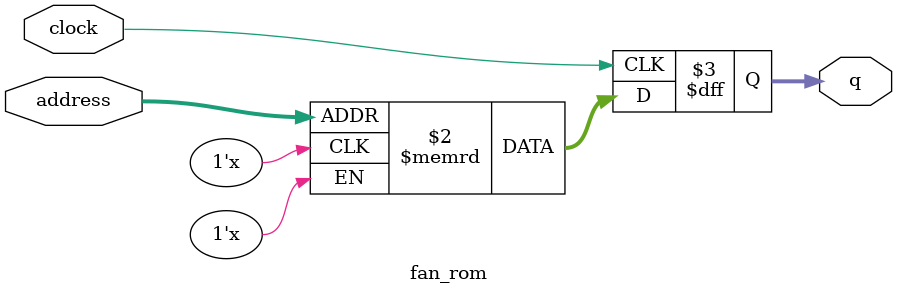
<source format=sv>
module fan_rom (
	input logic clock,
	input logic [10:0] address,
	output logic [1:0] q
);

logic [1:0] memory [0:1903] /* synthesis ram_init_file = "./fan/fan.COE" */;

always_ff @ (posedge clock) begin
	q <= memory[address];
end

endmodule

</source>
